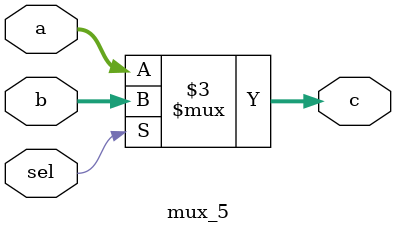
<source format=v>
module mux_5(a,b,c,sel);
input [4:0]a;
input[4:0]b;
input sel;
output [4:0]c;
reg [4:0]c;
always@(a,b,sel) begin
if(sel) begin
c<=b;
end
else begin 
c<=a;
end
end
endmodule


</source>
